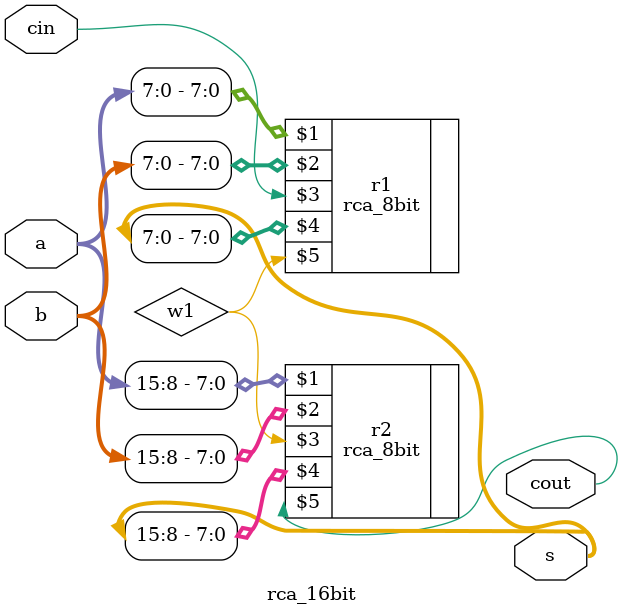
<source format=v>
`timescale 1ns / 1ps
module rca_16bit(a,b,cin,s,cout);
input [15:0]a,b;
input cin;
output [15:0]s;
output cout;
wire w1;
rca_8bit r1(a[7:0],b[7:0],cin,s[7:0],w1);
rca_8bit r2(a[15:8],b[15:8],w1,s[15:8],cout);
endmodule

</source>
